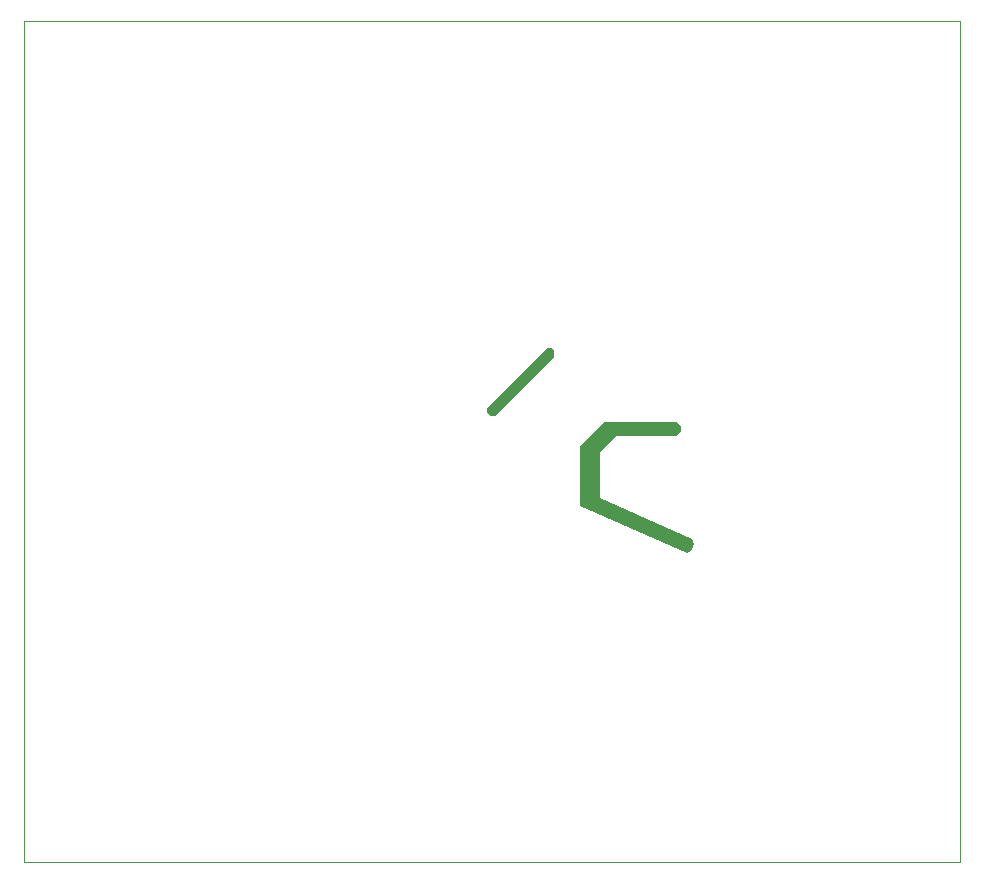
<source format=gbr>
%TF.GenerationSoftware,Altium Limited,Altium Designer,22.9.1 (49)*%
G04 Layer_Color=0*
%FSLAX45Y45*%
%MOMM*%
%TF.SameCoordinates,C6D2A98E-D71B-44EB-B230-12E80A119C5B*%
%TF.FilePolarity,Positive*%
%TF.FileFunction,Profile,NP*%
%TF.Part,Single*%
G01*
G75*
%TA.AperFunction,Profile*%
%ADD94C,0.02540*%
G36*
X5020000Y3607500D02*
X5525000D01*
X5562500Y3644999D01*
X5562500Y3687500D01*
X5522500Y3727500D01*
X4912761Y3727500D01*
X4709261Y3524000D01*
Y3011433D01*
X5617988Y2618830D01*
X5660153Y2638361D01*
X5676167Y2690977D01*
X5657304Y2732379D01*
X4883010Y3078445D01*
X4883010Y3470510D01*
X5020000Y3607500D01*
D02*
G37*
G36*
X3927500Y3845000D02*
Y3805000D01*
X3957500Y3775000D01*
X3997500D01*
X4495000Y4272500D01*
Y4330000D01*
X4475000Y4350000D01*
X4432500D01*
X3927500Y3845000D01*
D02*
G37*
D94*
X0Y0D02*
X7930000D01*
Y7120000D01*
X0D01*
Y0D01*
%TF.MD5,b4b25effbdf619efebafc82f3add6c26*%
M02*

</source>
